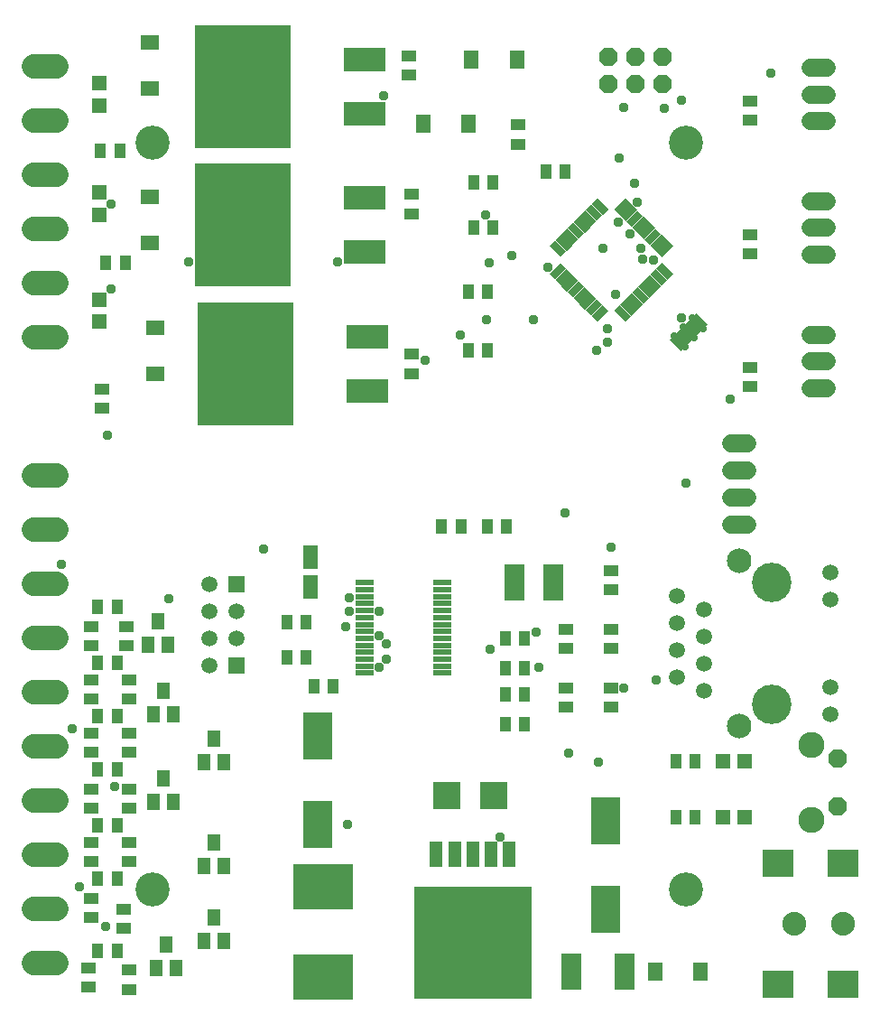
<source format=gbr>
G04 EAGLE Gerber RS-274X export*
G75*
%MOMM*%
%FSLAX34Y34*%
%LPD*%
%INSoldermask Top*%
%IPPOS*%
%AMOC8*
5,1,8,0,0,1.08239X$1,22.5*%
G01*
%ADD10C,3.203200*%
%ADD11R,1.403200X1.403200*%
%ADD12R,1.473200X1.673200*%
%ADD13R,1.003200X1.403200*%
%ADD14R,1.983200X3.403200*%
%ADD15R,3.003200X2.603200*%
%ADD16C,2.235200*%
%ADD17R,1.403200X1.003200*%
%ADD18R,1.673200X1.473200*%
%ADD19R,4.013200X2.286000*%
%ADD20R,9.093200X11.633200*%
%ADD21R,1.511200X1.511200*%
%ADD22C,1.511200*%
%ADD23C,2.298700*%
%ADD24R,1.703200X0.603200*%
%ADD25R,1.903200X3.503200*%
%ADD26R,1.403200X2.203200*%
%ADD27C,2.303200*%
%ADD28C,3.703200*%
%ADD29C,1.727200*%
%ADD30R,1.473200X0.762000*%
%ADD31R,0.762000X1.473200*%
%ADD32C,0.653200*%
%ADD33R,3.495041X1.534159*%
%ADD34R,2.703200X4.503200*%
%ADD35R,5.703200X4.203200*%
%ADD36R,11.003200X10.613200*%
%ADD37R,1.270000X2.362200*%
%ADD38R,2.603200X2.603200*%
%ADD39P,1.869504X8X112.500000*%
%ADD40C,2.451100*%
%ADD41P,1.852186X8X22.500000*%
%ADD42R,1.203200X1.603200*%
%ADD43C,0.959600*%


D10*
X172500Y832500D03*
X672500Y832500D03*
X172500Y132500D03*
X672500Y132500D03*
D11*
X728000Y200000D03*
X707000Y200000D03*
D12*
X686500Y55000D03*
X643500Y55000D03*
D13*
X681500Y200000D03*
X663500Y200000D03*
D14*
X614900Y55000D03*
X565100Y55000D03*
D15*
X820000Y43000D03*
X820000Y157000D03*
X759000Y43000D03*
X759000Y157000D03*
D16*
X820000Y100000D03*
X774280Y100000D03*
D17*
X412500Y914000D03*
X412500Y896000D03*
D18*
X170000Y883500D03*
X170000Y926500D03*
D19*
X371400Y859600D03*
X371400Y910400D03*
D20*
X257100Y885000D03*
D17*
X732500Y621500D03*
X732500Y603500D03*
X732500Y746500D03*
X732500Y728500D03*
X415000Y784000D03*
X415000Y766000D03*
D18*
X170000Y738500D03*
X170000Y781500D03*
D19*
X371400Y729600D03*
X371400Y780400D03*
D20*
X257100Y755000D03*
D21*
X251125Y418250D03*
X251125Y342050D03*
D22*
X251125Y392850D03*
X251125Y367450D03*
X225725Y367450D03*
X225725Y392850D03*
X225725Y418250D03*
X225725Y342050D03*
D23*
X81278Y904500D02*
X60323Y904500D01*
X60323Y853700D02*
X81278Y853700D01*
X81278Y650500D02*
X60323Y650500D01*
X60323Y802900D02*
X81278Y802900D01*
X81278Y752100D02*
X60323Y752100D01*
X60323Y701300D02*
X81278Y701300D01*
D17*
X415000Y634000D03*
X415000Y616000D03*
D18*
X175000Y616000D03*
X175000Y659000D03*
D19*
X373900Y599600D03*
X373900Y650400D03*
D20*
X259600Y625000D03*
D17*
X732500Y871500D03*
X732500Y853500D03*
X115000Y361000D03*
X115000Y379000D03*
X115000Y311000D03*
X115000Y329000D03*
X115000Y261000D03*
X115000Y279000D03*
D24*
X371250Y419750D03*
X371250Y413250D03*
X371250Y406750D03*
X371250Y400250D03*
X371250Y393750D03*
X371250Y387250D03*
X371250Y380750D03*
X371250Y374250D03*
X371250Y367750D03*
X371250Y361250D03*
X371250Y354750D03*
X371250Y348250D03*
X371250Y341750D03*
X371250Y335250D03*
X443750Y335250D03*
X443750Y341750D03*
X443750Y348250D03*
X443750Y354750D03*
X443750Y361250D03*
X443750Y367750D03*
X443750Y374250D03*
X443750Y380750D03*
X443750Y387250D03*
X443750Y393750D03*
X443750Y400250D03*
X443750Y406750D03*
X443750Y413250D03*
X443750Y419750D03*
D13*
X316500Y350000D03*
X298500Y350000D03*
X316500Y382500D03*
X298500Y382500D03*
X341500Y322500D03*
X323500Y322500D03*
D25*
X511500Y420000D03*
X548500Y420000D03*
D13*
X503500Y340000D03*
X521500Y340000D03*
X503500Y367500D03*
X521500Y367500D03*
D17*
X560000Y358500D03*
X560000Y376500D03*
X602500Y358500D03*
X602500Y376500D03*
X602500Y303500D03*
X602500Y321500D03*
X560000Y303500D03*
X560000Y321500D03*
D13*
X521500Y315000D03*
X503500Y315000D03*
D17*
X602500Y431500D03*
X602500Y413500D03*
D13*
X521500Y287500D03*
X503500Y287500D03*
D26*
X320000Y416000D03*
X320000Y444000D03*
D13*
X504000Y472500D03*
X486000Y472500D03*
X461500Y472500D03*
X443500Y472500D03*
D27*
X722700Y285750D03*
X722700Y440650D03*
D22*
X808400Y429450D03*
X808400Y404050D03*
X808400Y322350D03*
X808400Y296950D03*
X664300Y407600D03*
X664300Y382200D03*
X664300Y356800D03*
X664300Y331400D03*
X689700Y395000D03*
X689700Y369600D03*
X689700Y344200D03*
X689700Y318800D03*
D28*
X753000Y306200D03*
X753000Y420200D03*
D29*
X730120Y550600D02*
X714880Y550600D01*
X714880Y525200D02*
X730120Y525200D01*
X730120Y499800D02*
X714880Y499800D01*
X714880Y474400D02*
X730120Y474400D01*
D17*
X515000Y831000D03*
X515000Y849000D03*
D13*
X473500Y795000D03*
X491500Y795000D03*
X473500Y752500D03*
X491500Y752500D03*
X663500Y252500D03*
X681500Y252500D03*
D11*
X728000Y252500D03*
X707000Y252500D03*
D30*
G36*
X610540Y680250D02*
X620956Y669834D01*
X615568Y664446D01*
X605152Y674862D01*
X610540Y680250D01*
G37*
G36*
X616197Y685907D02*
X626613Y675491D01*
X621225Y670103D01*
X610809Y680519D01*
X616197Y685907D01*
G37*
G36*
X621854Y691563D02*
X632270Y681147D01*
X626882Y675759D01*
X616466Y686175D01*
X621854Y691563D01*
G37*
G36*
X627511Y697220D02*
X637927Y686804D01*
X632539Y681416D01*
X622123Y691832D01*
X627511Y697220D01*
G37*
G36*
X633168Y702877D02*
X643584Y692461D01*
X638196Y687073D01*
X627780Y697489D01*
X633168Y702877D01*
G37*
G36*
X638825Y708534D02*
X649241Y698118D01*
X643853Y692730D01*
X633437Y703146D01*
X638825Y708534D01*
G37*
G36*
X644481Y714191D02*
X654897Y703775D01*
X649509Y698387D01*
X639093Y708803D01*
X644481Y714191D01*
G37*
G36*
X650138Y719848D02*
X660554Y709432D01*
X655166Y704044D01*
X644750Y714460D01*
X650138Y719848D01*
G37*
D31*
G36*
X655166Y740956D02*
X660554Y735568D01*
X650138Y725152D01*
X644750Y730540D01*
X655166Y740956D01*
G37*
G36*
X649509Y746613D02*
X654897Y741225D01*
X644481Y730809D01*
X639093Y736197D01*
X649509Y746613D01*
G37*
G36*
X643853Y752270D02*
X649241Y746882D01*
X638825Y736466D01*
X633437Y741854D01*
X643853Y752270D01*
G37*
G36*
X638196Y757927D02*
X643584Y752539D01*
X633168Y742123D01*
X627780Y747511D01*
X638196Y757927D01*
G37*
G36*
X632539Y763584D02*
X637927Y758196D01*
X627511Y747780D01*
X622123Y753168D01*
X632539Y763584D01*
G37*
G36*
X626882Y769241D02*
X632270Y763853D01*
X621854Y753437D01*
X616466Y758825D01*
X626882Y769241D01*
G37*
G36*
X621225Y774897D02*
X626613Y769509D01*
X616197Y759093D01*
X610809Y764481D01*
X621225Y774897D01*
G37*
G36*
X615568Y780554D02*
X620956Y775166D01*
X610540Y764750D01*
X605152Y770138D01*
X615568Y780554D01*
G37*
D30*
G36*
X589432Y780554D02*
X599848Y770138D01*
X594460Y764750D01*
X584044Y775166D01*
X589432Y780554D01*
G37*
G36*
X583775Y774897D02*
X594191Y764481D01*
X588803Y759093D01*
X578387Y769509D01*
X583775Y774897D01*
G37*
G36*
X578118Y769241D02*
X588534Y758825D01*
X583146Y753437D01*
X572730Y763853D01*
X578118Y769241D01*
G37*
G36*
X572461Y763584D02*
X582877Y753168D01*
X577489Y747780D01*
X567073Y758196D01*
X572461Y763584D01*
G37*
G36*
X566804Y757927D02*
X577220Y747511D01*
X571832Y742123D01*
X561416Y752539D01*
X566804Y757927D01*
G37*
G36*
X561147Y752270D02*
X571563Y741854D01*
X566175Y736466D01*
X555759Y746882D01*
X561147Y752270D01*
G37*
G36*
X555491Y746613D02*
X565907Y736197D01*
X560519Y730809D01*
X550103Y741225D01*
X555491Y746613D01*
G37*
G36*
X549834Y740956D02*
X560250Y730540D01*
X554862Y725152D01*
X544446Y735568D01*
X549834Y740956D01*
G37*
D31*
G36*
X554862Y719848D02*
X560250Y714460D01*
X549834Y704044D01*
X544446Y709432D01*
X554862Y719848D01*
G37*
G36*
X560519Y714191D02*
X565907Y708803D01*
X555491Y698387D01*
X550103Y703775D01*
X560519Y714191D01*
G37*
G36*
X566175Y708534D02*
X571563Y703146D01*
X561147Y692730D01*
X555759Y698118D01*
X566175Y708534D01*
G37*
G36*
X571832Y702877D02*
X577220Y697489D01*
X566804Y687073D01*
X561416Y692461D01*
X571832Y702877D01*
G37*
G36*
X577489Y697220D02*
X582877Y691832D01*
X572461Y681416D01*
X567073Y686804D01*
X577489Y697220D01*
G37*
G36*
X583146Y691563D02*
X588534Y686175D01*
X578118Y675759D01*
X572730Y681147D01*
X583146Y691563D01*
G37*
G36*
X588803Y685907D02*
X594191Y680519D01*
X583775Y670103D01*
X578387Y675491D01*
X588803Y685907D01*
G37*
G36*
X594460Y680250D02*
X599848Y674862D01*
X589432Y664446D01*
X584044Y669834D01*
X594460Y680250D01*
G37*
D13*
X559000Y805000D03*
X541000Y805000D03*
X486500Y692500D03*
X468500Y692500D03*
D32*
X661371Y651659D02*
X671659Y641371D01*
X680144Y649856D02*
X669856Y660144D01*
X678341Y668629D02*
X688629Y658341D01*
D33*
G36*
X692780Y661896D02*
X668068Y637184D01*
X657220Y648032D01*
X681932Y672744D01*
X692780Y661896D01*
G37*
D13*
X486500Y637500D03*
X468500Y637500D03*
D34*
X327500Y193500D03*
X327500Y276500D03*
X597500Y113500D03*
X597500Y196500D03*
D35*
X332500Y135000D03*
X332500Y50000D03*
D36*
X472500Y82100D03*
D37*
X506536Y165412D03*
X489518Y165412D03*
X472500Y165412D03*
X455482Y165412D03*
X438464Y165412D03*
D38*
X492000Y220000D03*
X448000Y220000D03*
D39*
X814946Y209894D03*
X814946Y255106D03*
D40*
X790054Y197448D03*
X790054Y267552D03*
D29*
X789880Y652500D02*
X805120Y652500D01*
X805120Y627500D02*
X789880Y627500D01*
X789880Y602500D02*
X805120Y602500D01*
X805120Y777500D02*
X789880Y777500D01*
X789880Y752500D02*
X805120Y752500D01*
X805120Y727500D02*
X789880Y727500D01*
X789880Y902500D02*
X805120Y902500D01*
X805120Y877500D02*
X789880Y877500D01*
X789880Y852500D02*
X805120Y852500D01*
D23*
X81278Y521100D02*
X60323Y521100D01*
X60323Y470300D02*
X81278Y470300D01*
X81278Y63900D02*
X60323Y63900D01*
X60323Y419500D02*
X81278Y419500D01*
X81278Y368700D02*
X60323Y368700D01*
X60323Y114700D02*
X81278Y114700D01*
X81278Y317900D02*
X60323Y317900D01*
X60323Y267100D02*
X81278Y267100D01*
X81278Y165500D02*
X60323Y165500D01*
X60323Y216300D02*
X81278Y216300D01*
D17*
X115000Y208500D03*
X115000Y226500D03*
X115000Y158500D03*
X115000Y176500D03*
X115000Y106000D03*
X115000Y124000D03*
X112500Y41000D03*
X112500Y59000D03*
D41*
X599600Y887300D03*
X599600Y912700D03*
X625000Y887300D03*
X625000Y912700D03*
X650400Y887300D03*
X650400Y912700D03*
D12*
X514000Y910000D03*
X471000Y910000D03*
D17*
X125000Y601500D03*
X125000Y583500D03*
D11*
X122500Y685500D03*
X122500Y664500D03*
D13*
X123500Y825000D03*
X141500Y825000D03*
D11*
X122500Y888000D03*
X122500Y867000D03*
D13*
X128500Y720000D03*
X146500Y720000D03*
D11*
X122500Y785500D03*
X122500Y764500D03*
D12*
X469000Y850000D03*
X426000Y850000D03*
D13*
X139000Y397500D03*
X121000Y397500D03*
D17*
X147500Y379000D03*
X147500Y361000D03*
D42*
X177500Y383500D03*
X187000Y361500D03*
X168000Y361500D03*
D13*
X139000Y345000D03*
X121000Y345000D03*
D17*
X150000Y329000D03*
X150000Y311000D03*
D42*
X182500Y318500D03*
X192000Y296500D03*
X173000Y296500D03*
D13*
X139000Y295000D03*
X121000Y295000D03*
D17*
X150000Y279000D03*
X150000Y261000D03*
D42*
X230000Y273500D03*
X239500Y251500D03*
X220500Y251500D03*
D13*
X139000Y245000D03*
X121000Y245000D03*
D17*
X150000Y226500D03*
X150000Y208500D03*
D42*
X182500Y236000D03*
X192000Y214000D03*
X173000Y214000D03*
D13*
X139000Y192500D03*
X121000Y192500D03*
D17*
X150000Y176500D03*
X150000Y158500D03*
D42*
X230000Y176000D03*
X239500Y154000D03*
X220500Y154000D03*
D13*
X139000Y142500D03*
X121000Y142500D03*
D17*
X145000Y114000D03*
X145000Y96000D03*
D42*
X230000Y106000D03*
X239500Y84000D03*
X220500Y84000D03*
D13*
X139000Y75000D03*
X121000Y75000D03*
D17*
X150000Y56500D03*
X150000Y38500D03*
D42*
X185000Y81000D03*
X194500Y59000D03*
X175500Y59000D03*
D43*
X355134Y192875D03*
X498004Y181649D03*
X534742Y340847D03*
X531681Y373503D03*
X488820Y357175D03*
X562296Y260228D03*
X133686Y774560D03*
X133686Y694961D03*
X391872Y362278D03*
X624546Y793949D03*
X357175Y392893D03*
X606177Y689858D03*
X509230Y726596D03*
X187772Y405139D03*
X588829Y637813D03*
X357175Y406159D03*
X599034Y658223D03*
X276556Y451061D03*
X599034Y644956D03*
X641895Y722514D03*
X427590Y628628D03*
X206141Y720473D03*
X345950Y720473D03*
X631690Y723535D03*
X614341Y865384D03*
X590870Y252064D03*
X384729Y370442D03*
X652100Y864364D03*
X610259Y818441D03*
X384729Y392893D03*
X626587Y776601D03*
X620464Y747006D03*
X353093Y378606D03*
X630669Y733740D03*
X388811Y876610D03*
X96948Y282679D03*
X129604Y558214D03*
X86743Y436774D03*
X487799Y719453D03*
X752109Y898040D03*
X714350Y591890D03*
X602095Y453102D03*
X559234Y485758D03*
X614341Y321458D03*
X391872Y347991D03*
X644956Y328601D03*
X384729Y340847D03*
X594952Y733740D03*
X672510Y513312D03*
X136747Y228592D03*
X485758Y666387D03*
X529640Y666387D03*
X668428Y872528D03*
X104091Y134706D03*
X484738Y764355D03*
X128583Y97968D03*
X461266Y652100D03*
X609239Y758232D03*
X542906Y715371D03*
X668428Y668428D03*
M02*

</source>
